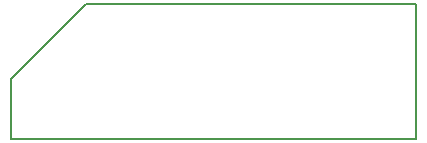
<source format=gbr>
G04 #@! TF.FileFunction,Profile,NP*
%FSLAX46Y46*%
G04 Gerber Fmt 4.6, Leading zero omitted, Abs format (unit mm)*
G04 Created by KiCad (PCBNEW 4.1.0-alpha+201608211231+7083~46~ubuntu16.04.1-product) date Thu Sep  1 04:02:46 2016*
%MOMM*%
%LPD*%
G01*
G04 APERTURE LIST*
%ADD10C,0.100000*%
%ADD11C,0.127000*%
G04 APERTURE END LIST*
D10*
D11*
X173990000Y-107950000D02*
X146050000Y-107950000D01*
X139700000Y-119380000D02*
X139700000Y-114300000D01*
X139700000Y-114300000D02*
X146050000Y-107950000D01*
X173990000Y-119380000D02*
X139700000Y-119380000D01*
X173990000Y-107950000D02*
X173990000Y-119380000D01*
M02*

</source>
